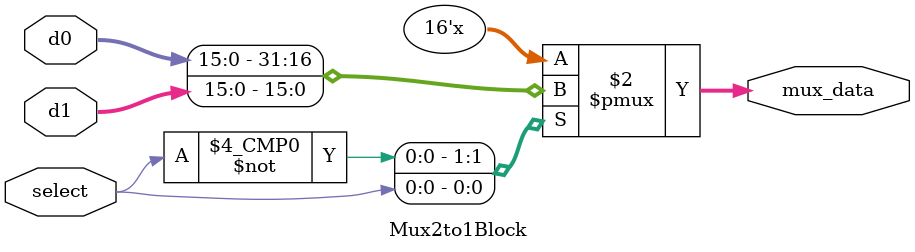
<source format=sv>
module BusDriver(input logic GateMARMUX, GatePC, GateMDR, GateALU,
                 input logic [15:0] FromALU, FromMDR, FromMARMUX, FromPC,
                 output logic [15:0] BusContent);
                 
    //logic [3:0] Gate_Ctrl = {GateMDR, GatePC, GateALU, GateMARMUX};
    //logic [15:0] idc = 16'hxxxx;
    always_comb
    begin
        if(GateMDR)
            BusContent = FromMDR;
        else if(GatePC)
            BusContent = FromPC;
        else if(GateALU)
            BusContent = FromALU;
        else if(GateMARMUX)
            BusContent = FromMARMUX;
        else
            BusContent = 16'bz; //maybe 16'bx works
    end
    
endmodule

//gonna put the 16-bit mux here
module Mux2to1Block(input logic [15:0] d0, d1,
                    input logic select,
                    output logic [15:0] mux_data);
                    
    always_comb
    begin
        unique case(select)
            1'b0: mux_data =  d0;
            1'b1: mux_data = d1;
        endcase
    end

endmodule

</source>
